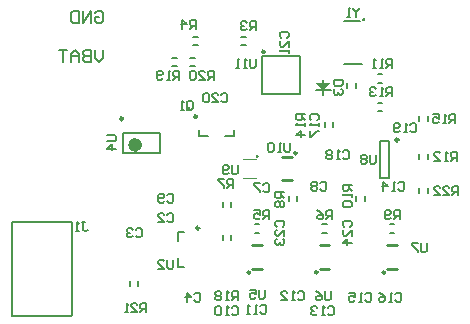
<source format=gbo>
%FSLAX24Y24*%
%MOIN*%
G70*
G01*
G75*
G04 Layer_Color=32896*
%ADD10R,0.0354X0.0315*%
%ADD11R,0.0315X0.0354*%
%ADD12R,0.0276X0.0354*%
%ADD13R,0.0319X0.0661*%
%ADD14R,0.0394X0.0315*%
%ADD15R,0.0276X0.0591*%
%ADD16R,0.0600X0.0300*%
%ADD17R,0.0300X0.0598*%
%ADD18R,0.0598X0.0300*%
%ADD19R,0.0217X0.0394*%
%ADD20R,0.0157X0.0157*%
%ADD21C,0.0150*%
%ADD22C,0.0120*%
%ADD23C,0.0100*%
%ADD24C,0.0181*%
%ADD25C,0.0630*%
%ADD26C,0.0661*%
%ADD27C,0.0591*%
%ADD28C,0.1378*%
%ADD29C,0.0320*%
%ADD30C,0.0400*%
%ADD31C,0.0500*%
%ADD32R,0.0354X0.0276*%
%ADD33R,0.0532X0.0157*%
%ADD34R,0.0630X0.0748*%
%ADD35R,0.0551X0.0630*%
%ADD36R,0.0236X0.0591*%
%ADD37R,0.0591X0.0236*%
%ADD38O,0.0118X0.0650*%
%ADD39R,0.0335X0.0157*%
%ADD40R,0.0512X0.0217*%
%ADD41R,0.0209X0.0118*%
%ADD42R,0.0193X0.0118*%
%ADD43R,0.0201X0.0136*%
%ADD44R,0.0136X0.0201*%
%ADD45R,0.0315X0.0197*%
%ADD46C,0.0200*%
%ADD47C,0.0098*%
%ADD48C,0.0050*%
%ADD49C,0.0079*%
%ADD50C,0.0039*%
%ADD51C,0.0080*%
%ADD52R,0.0414X0.0375*%
%ADD53R,0.0375X0.0414*%
%ADD54R,0.0336X0.0414*%
%ADD55R,0.0379X0.0721*%
%ADD56R,0.0454X0.0375*%
%ADD57R,0.0336X0.0651*%
%ADD58R,0.0660X0.0360*%
%ADD59R,0.0360X0.0658*%
%ADD60R,0.0658X0.0360*%
%ADD61R,0.0277X0.0454*%
%ADD62C,0.0690*%
%ADD63C,0.0721*%
%ADD64C,0.0651*%
%ADD65C,0.0060*%
%ADD66C,0.1438*%
%ADD67C,0.0600*%
%ADD68R,0.0414X0.0336*%
%ADD69R,0.0610X0.0236*%
%ADD70R,0.0709X0.0827*%
%ADD71R,0.0630X0.0709*%
%ADD72R,0.0296X0.0651*%
%ADD73R,0.0651X0.0296*%
%ADD74O,0.0178X0.0710*%
%ADD75R,0.0395X0.0217*%
%ADD76R,0.0572X0.0277*%
%ADD77R,0.0269X0.0178*%
%ADD78R,0.0253X0.0178*%
%ADD79R,0.0280X0.0215*%
%ADD80R,0.0215X0.0280*%
%ADD81R,0.0375X0.0257*%
%ADD82C,0.0236*%
%ADD83C,0.0047*%
G36*
X10350Y7800D02*
X10100Y8050D01*
X10600D01*
X10350Y7800D01*
D02*
G37*
D23*
X7914Y1738D02*
G03*
X7914Y1738I-39J0D01*
G01*
X10164D02*
G03*
X10164Y1738I-39J0D01*
G01*
X12414D02*
G03*
X12414Y1738I-39J0D01*
G01*
X8156Y5594D02*
G03*
X8156Y5594I-10J0D01*
G01*
X9465Y5712D02*
G03*
X9465Y5712I-39J0D01*
G01*
X8399Y9087D02*
G03*
X8399Y9087I-39J0D01*
G01*
X11708Y10162D02*
G03*
X11708Y10162I-14J0D01*
G01*
X7993Y1856D02*
X8307D01*
X7993Y2644D02*
X8307D01*
X10243Y1856D02*
X10557D01*
X10243Y2644D02*
X10557D01*
X12493Y1856D02*
X12807D01*
X12493Y2644D02*
X12807D01*
X8993Y5594D02*
X9307D01*
X8993Y4806D02*
X9307D01*
D47*
X6141Y6924D02*
G03*
X6141Y6924I-49J0D01*
G01*
X6223Y3209D02*
G03*
X6223Y3209I-49J0D01*
G01*
X3680Y6857D02*
G03*
X3680Y6857I-49J0D01*
G01*
X12863Y6150D02*
G03*
X12863Y6150I-49J0D01*
G01*
D48*
X10350Y8050D02*
Y8150D01*
Y7650D02*
Y7800D01*
X10100D02*
X10600D01*
X1957Y295D02*
X1967Y305D01*
Y3405D01*
X-21Y295D02*
X1957D01*
X-21Y3405D02*
X1967D01*
X-21Y295D02*
Y3405D01*
X8320Y8930D02*
X9580D01*
Y7670D02*
Y8930D01*
X8320Y7670D02*
X9580D01*
X8320D02*
Y8930D01*
X11055Y10118D02*
X11596D01*
X11055Y8681D02*
X11645D01*
X3150Y6300D02*
X3400D01*
X3450Y6250D01*
Y6150D01*
X3400Y6100D01*
X3150D01*
X3450Y5850D02*
X3150D01*
X3300Y6000D01*
Y5800D01*
X12100Y5650D02*
Y5400D01*
X12050Y5350D01*
X11950D01*
X11900Y5400D01*
Y5650D01*
X11800Y5600D02*
X11750Y5650D01*
X11650D01*
X11600Y5600D01*
Y5550D01*
X11650Y5500D01*
X11600Y5450D01*
Y5400D01*
X11650Y5350D01*
X11750D01*
X11800Y5400D01*
Y5450D01*
X11750Y5500D01*
X11800Y5550D01*
Y5600D01*
X11750Y5500D02*
X11650D01*
X14850Y4300D02*
Y4600D01*
X14700D01*
X14650Y4550D01*
Y4450D01*
X14700Y4400D01*
X14850D01*
X14750D02*
X14650Y4300D01*
X14350D02*
X14550D01*
X14350Y4500D01*
Y4550D01*
X14400Y4600D01*
X14500D01*
X14550Y4550D01*
X14050Y4300D02*
X14250D01*
X14050Y4500D01*
Y4550D01*
X14100Y4600D01*
X14200D01*
X14250Y4550D01*
X14750Y6700D02*
Y7000D01*
X14600D01*
X14550Y6950D01*
Y6850D01*
X14600Y6800D01*
X14750D01*
X14650D02*
X14550Y6700D01*
X14450D02*
X14350D01*
X14400D01*
Y7000D01*
X14450Y6950D01*
X14000Y7000D02*
X14200D01*
Y6850D01*
X14100Y6900D01*
X14050D01*
X14000Y6850D01*
Y6750D01*
X14050Y6700D01*
X14150D01*
X14200Y6750D01*
X14800Y5450D02*
Y5750D01*
X14650D01*
X14600Y5700D01*
Y5600D01*
X14650Y5550D01*
X14800D01*
X14700D02*
X14600Y5450D01*
X14500D02*
X14400D01*
X14450D01*
Y5750D01*
X14500Y5700D01*
X14050Y5450D02*
X14250D01*
X14050Y5650D01*
Y5700D01*
X14100Y5750D01*
X14200D01*
X14250Y5700D01*
X13250Y6650D02*
X13300Y6700D01*
X13400D01*
X13450Y6650D01*
Y6450D01*
X13400Y6400D01*
X13300D01*
X13250Y6450D01*
X13150Y6400D02*
X13050D01*
X13100D01*
Y6700D01*
X13150Y6650D01*
X12900Y6450D02*
X12850Y6400D01*
X12750D01*
X12700Y6450D01*
Y6650D01*
X12750Y6700D01*
X12850D01*
X12900Y6650D01*
Y6600D01*
X12850Y6550D01*
X12700D01*
X11000Y5750D02*
X11050Y5800D01*
X11150D01*
X11200Y5750D01*
Y5550D01*
X11150Y5500D01*
X11050D01*
X11000Y5550D01*
X10900Y5500D02*
X10800D01*
X10850D01*
Y5800D01*
X10900Y5750D01*
X10650D02*
X10600Y5800D01*
X10500D01*
X10450Y5750D01*
Y5700D01*
X10500Y5650D01*
X10450Y5600D01*
Y5550D01*
X10500Y5500D01*
X10600D01*
X10650Y5550D01*
Y5600D01*
X10600Y5650D01*
X10650Y5700D01*
Y5750D01*
X10600Y5650D02*
X10500D01*
X4450Y400D02*
Y700D01*
X4300D01*
X4250Y650D01*
Y550D01*
X4300Y500D01*
X4450D01*
X4350D02*
X4250Y400D01*
X3950D02*
X4150D01*
X3950Y600D01*
Y650D01*
X4000Y700D01*
X4100D01*
X4150Y650D01*
X3850Y400D02*
X3750D01*
X3800D01*
Y700D01*
X3850Y650D01*
X6700Y8150D02*
Y8450D01*
X6550D01*
X6500Y8400D01*
Y8300D01*
X6550Y8250D01*
X6700D01*
X6600D02*
X6500Y8150D01*
X6200D02*
X6400D01*
X6200Y8350D01*
Y8400D01*
X6250Y8450D01*
X6350D01*
X6400Y8400D01*
X6100D02*
X6050Y8450D01*
X5950D01*
X5900Y8400D01*
Y8200D01*
X5950Y8150D01*
X6050D01*
X6100Y8200D01*
Y8400D01*
X5550Y8150D02*
Y8450D01*
X5400D01*
X5350Y8400D01*
Y8300D01*
X5400Y8250D01*
X5550D01*
X5450D02*
X5350Y8150D01*
X5250D02*
X5150D01*
X5200D01*
Y8450D01*
X5250Y8400D01*
X5000Y8200D02*
X4950Y8150D01*
X4850D01*
X4800Y8200D01*
Y8400D01*
X4850Y8450D01*
X4950D01*
X5000Y8400D01*
Y8350D01*
X4950Y8300D01*
X4800D01*
X2300Y3400D02*
X2400D01*
X2350D01*
Y3150D01*
X2400Y3100D01*
X2450D01*
X2500Y3150D01*
X2200Y3100D02*
X2100D01*
X2150D01*
Y3400D01*
X2200Y3350D01*
X11550Y10550D02*
Y10500D01*
X11450Y10400D01*
X11350Y10500D01*
Y10550D01*
X11450Y10400D02*
Y10250D01*
X11250D02*
X11150D01*
X11200D01*
Y10550D01*
X11250Y10500D01*
X9250Y6050D02*
Y5800D01*
X9200Y5750D01*
X9100D01*
X9050Y5800D01*
Y6050D01*
X8950Y5750D02*
X8850D01*
X8900D01*
Y6050D01*
X8950Y6000D01*
X8700D02*
X8650Y6050D01*
X8550D01*
X8500Y6000D01*
Y5800D01*
X8550Y5750D01*
X8650D01*
X8700Y5800D01*
Y6000D01*
X7500Y5300D02*
Y5050D01*
X7450Y5000D01*
X7350D01*
X7300Y5050D01*
Y5300D01*
X7200Y5050D02*
X7150Y5000D01*
X7050D01*
X7000Y5050D01*
Y5250D01*
X7050Y5300D01*
X7150D01*
X7200Y5250D01*
Y5200D01*
X7150Y5150D01*
X7000D01*
X13800Y2700D02*
Y2450D01*
X13750Y2400D01*
X13650D01*
X13600Y2450D01*
Y2700D01*
X13500D02*
X13300D01*
Y2650D01*
X13500Y2450D01*
Y2400D01*
X10600Y1100D02*
Y850D01*
X10550Y800D01*
X10450D01*
X10400Y850D01*
Y1100D01*
X10100D02*
X10200Y1050D01*
X10300Y950D01*
Y850D01*
X10250Y800D01*
X10150D01*
X10100Y850D01*
Y900D01*
X10150Y950D01*
X10300D01*
X8400Y1150D02*
Y900D01*
X8350Y850D01*
X8250D01*
X8200Y900D01*
Y1150D01*
X7900D02*
X8100D01*
Y1000D01*
X8000Y1050D01*
X7950D01*
X7900Y1000D01*
Y900D01*
X7950Y850D01*
X8050D01*
X8100Y900D01*
X5350Y2150D02*
Y1900D01*
X5300Y1850D01*
X5200D01*
X5150Y1900D01*
Y2150D01*
X4850Y1850D02*
X5050D01*
X4850Y2050D01*
Y2100D01*
X4900Y2150D01*
X5000D01*
X5050Y2100D01*
X9750Y7000D02*
X9450D01*
Y6850D01*
X9500Y6800D01*
X9600D01*
X9650Y6850D01*
Y7000D01*
Y6900D02*
X9750Y6800D01*
Y6700D02*
Y6600D01*
Y6650D01*
X9450D01*
X9500Y6700D01*
X9750Y6300D02*
X9450D01*
X9600Y6450D01*
Y6250D01*
X12650Y7600D02*
Y7900D01*
X12500D01*
X12450Y7850D01*
Y7750D01*
X12500Y7700D01*
X12650D01*
X12550D02*
X12450Y7600D01*
X12350D02*
X12250D01*
X12300D01*
Y7900D01*
X12350Y7850D01*
X12100D02*
X12050Y7900D01*
X11950D01*
X11900Y7850D01*
Y7800D01*
X11950Y7750D01*
X12000D01*
X11950D01*
X11900Y7700D01*
Y7650D01*
X11950Y7600D01*
X12050D01*
X12100Y7650D01*
X12650Y8550D02*
Y8850D01*
X12500D01*
X12450Y8800D01*
Y8700D01*
X12500Y8650D01*
X12650D01*
X12550D02*
X12450Y8550D01*
X12350D02*
X12250D01*
X12300D01*
Y8850D01*
X12350Y8800D01*
X12100Y8550D02*
X12000D01*
X12050D01*
Y8850D01*
X12100Y8800D01*
X11300Y4650D02*
X11000D01*
Y4500D01*
X11050Y4450D01*
X11150D01*
X11200Y4500D01*
Y4650D01*
Y4550D02*
X11300Y4450D01*
Y4350D02*
Y4250D01*
Y4300D01*
X11000D01*
X11050Y4350D01*
Y4100D02*
X11000Y4050D01*
Y3950D01*
X11050Y3900D01*
X11250D01*
X11300Y3950D01*
Y4050D01*
X11250Y4100D01*
X11050D01*
X12900Y3500D02*
Y3800D01*
X12750D01*
X12700Y3750D01*
Y3650D01*
X12750Y3600D01*
X12900D01*
X12800D02*
X12700Y3500D01*
X12600Y3550D02*
X12550Y3500D01*
X12450D01*
X12400Y3550D01*
Y3750D01*
X12450Y3800D01*
X12550D01*
X12600Y3750D01*
Y3700D01*
X12550Y3650D01*
X12400D01*
X9050Y4400D02*
X8750D01*
Y4250D01*
X8800Y4200D01*
X8900D01*
X8950Y4250D01*
Y4400D01*
Y4300D02*
X9050Y4200D01*
X8800Y4100D02*
X8750Y4050D01*
Y3950D01*
X8800Y3900D01*
X8850D01*
X8900Y3950D01*
X8950Y3900D01*
X9000D01*
X9050Y3950D01*
Y4050D01*
X9000Y4100D01*
X8950D01*
X8900Y4050D01*
X8850Y4100D01*
X8800D01*
X8900Y4050D02*
Y3950D01*
X7350Y4550D02*
Y4850D01*
X7200D01*
X7150Y4800D01*
Y4700D01*
X7200Y4650D01*
X7350D01*
X7250D02*
X7150Y4550D01*
X7050Y4850D02*
X6850D01*
Y4800D01*
X7050Y4600D01*
Y4550D01*
X10650Y3500D02*
Y3800D01*
X10500D01*
X10450Y3750D01*
Y3650D01*
X10500Y3600D01*
X10650D01*
X10550D02*
X10450Y3500D01*
X10150Y3800D02*
X10250Y3750D01*
X10350Y3650D01*
Y3550D01*
X10300Y3500D01*
X10200D01*
X10150Y3550D01*
Y3600D01*
X10200Y3650D01*
X10350D01*
X8550Y3500D02*
Y3800D01*
X8400D01*
X8350Y3750D01*
Y3650D01*
X8400Y3600D01*
X8550D01*
X8450D02*
X8350Y3500D01*
X8050Y3800D02*
X8250D01*
Y3650D01*
X8150Y3700D01*
X8100D01*
X8050Y3650D01*
Y3550D01*
X8100Y3500D01*
X8200D01*
X8250Y3550D01*
X6100Y9850D02*
Y10150D01*
X5950D01*
X5900Y10100D01*
Y10000D01*
X5950Y9950D01*
X6100D01*
X6000D02*
X5900Y9850D01*
X5650D02*
Y10150D01*
X5800Y10000D01*
X5600D01*
X8100Y9800D02*
Y10100D01*
X7950D01*
X7900Y10050D01*
Y9950D01*
X7950Y9900D01*
X8100D01*
X8000D02*
X7900Y9800D01*
X7800Y10050D02*
X7750Y10100D01*
X7650D01*
X7600Y10050D01*
Y10000D01*
X7650Y9950D01*
X7700D01*
X7650D01*
X7600Y9900D01*
Y9850D01*
X7650Y9800D01*
X7750D01*
X7800Y9850D01*
X5800Y7200D02*
Y7400D01*
X5850Y7450D01*
X5950D01*
X6000Y7400D01*
Y7200D01*
X5950Y7150D01*
X5850D01*
X5900Y7250D02*
X5800Y7150D01*
X5850D02*
X5800Y7200D01*
X5700Y7150D02*
X5600D01*
X5650D01*
Y7450D01*
X5700Y7400D01*
X12850Y4700D02*
X12900Y4750D01*
X13000D01*
X13050Y4700D01*
Y4500D01*
X13000Y4450D01*
X12900D01*
X12850Y4500D01*
X12750Y4450D02*
X12650D01*
X12700D01*
Y4750D01*
X12750Y4700D01*
X12350Y4450D02*
Y4750D01*
X12500Y4600D01*
X12300D01*
X10250Y4700D02*
X10300Y4750D01*
X10400D01*
X10450Y4700D01*
Y4500D01*
X10400Y4450D01*
X10300D01*
X10250Y4500D01*
X10150Y4700D02*
X10100Y4750D01*
X10000D01*
X9950Y4700D01*
Y4650D01*
X10000Y4600D01*
X9950Y4550D01*
Y4500D01*
X10000Y4450D01*
X10100D01*
X10150Y4500D01*
Y4550D01*
X10100Y4600D01*
X10150Y4650D01*
Y4700D01*
X10100Y4600D02*
X10000D01*
X8350Y4650D02*
X8400Y4700D01*
X8500D01*
X8550Y4650D01*
Y4450D01*
X8500Y4400D01*
X8400D01*
X8350Y4450D01*
X8250Y4700D02*
X8050D01*
Y4650D01*
X8250Y4450D01*
Y4400D01*
X9950Y6800D02*
X9900Y6850D01*
Y6950D01*
X9950Y7000D01*
X10150D01*
X10200Y6950D01*
Y6850D01*
X10150Y6800D01*
X10200Y6700D02*
Y6600D01*
Y6650D01*
X9900D01*
X9950Y6700D01*
X9900Y6450D02*
Y6250D01*
X9950D01*
X10150Y6450D01*
X10200D01*
X12750Y1000D02*
X12800Y1050D01*
X12900D01*
X12950Y1000D01*
Y800D01*
X12900Y750D01*
X12800D01*
X12750Y800D01*
X12650Y750D02*
X12550D01*
X12600D01*
Y1050D01*
X12650Y1000D01*
X12200Y1050D02*
X12300Y1000D01*
X12400Y900D01*
Y800D01*
X12350Y750D01*
X12250D01*
X12200Y800D01*
Y850D01*
X12250Y900D01*
X12400D01*
X11750Y1000D02*
X11800Y1050D01*
X11900D01*
X11950Y1000D01*
Y800D01*
X11900Y750D01*
X11800D01*
X11750Y800D01*
X11650Y750D02*
X11550D01*
X11600D01*
Y1050D01*
X11650Y1000D01*
X11200Y1050D02*
X11400D01*
Y900D01*
X11300Y950D01*
X11250D01*
X11200Y900D01*
Y800D01*
X11250Y750D01*
X11350D01*
X11400Y800D01*
X10500Y550D02*
X10550Y600D01*
X10650D01*
X10700Y550D01*
Y350D01*
X10650Y300D01*
X10550D01*
X10500Y350D01*
X10400Y300D02*
X10300D01*
X10350D01*
Y600D01*
X10400Y550D01*
X10150D02*
X10100Y600D01*
X10000D01*
X9950Y550D01*
Y500D01*
X10000Y450D01*
X10050D01*
X10000D01*
X9950Y400D01*
Y350D01*
X10000Y300D01*
X10100D01*
X10150Y350D01*
X9500Y1050D02*
X9550Y1100D01*
X9650D01*
X9700Y1050D01*
Y850D01*
X9650Y800D01*
X9550D01*
X9500Y850D01*
X9400Y800D02*
X9300D01*
X9350D01*
Y1100D01*
X9400Y1050D01*
X8950Y800D02*
X9150D01*
X8950Y1000D01*
Y1050D01*
X9000Y1100D01*
X9100D01*
X9150Y1050D01*
X8250Y600D02*
X8300Y650D01*
X8400D01*
X8450Y600D01*
Y400D01*
X8400Y350D01*
X8300D01*
X8250Y400D01*
X8150Y350D02*
X8050D01*
X8100D01*
Y650D01*
X8150Y600D01*
X7900Y350D02*
X7800D01*
X7850D01*
Y650D01*
X7900Y600D01*
X7300Y550D02*
X7350Y600D01*
X7450D01*
X7500Y550D01*
Y350D01*
X7450Y300D01*
X7350D01*
X7300Y350D01*
X7200Y300D02*
X7100D01*
X7150D01*
Y600D01*
X7200Y550D01*
X6950D02*
X6900Y600D01*
X6800D01*
X6750Y550D01*
Y350D01*
X6800Y300D01*
X6900D01*
X6950Y350D01*
Y550D01*
X5150Y4300D02*
X5200Y4350D01*
X5300D01*
X5350Y4300D01*
Y4100D01*
X5300Y4050D01*
X5200D01*
X5150Y4100D01*
X5050D02*
X5000Y4050D01*
X4900D01*
X4850Y4100D01*
Y4300D01*
X4900Y4350D01*
X5000D01*
X5050Y4300D01*
Y4250D01*
X5000Y4200D01*
X4850D01*
X6050Y1000D02*
X6100Y1050D01*
X6200D01*
X6250Y1000D01*
Y800D01*
X6200Y750D01*
X6100D01*
X6050Y800D01*
X5800Y750D02*
Y1050D01*
X5950Y900D01*
X5750D01*
X4100Y3150D02*
X4150Y3200D01*
X4250D01*
X4300Y3150D01*
Y2950D01*
X4250Y2900D01*
X4150D01*
X4100Y2950D01*
X4000Y3150D02*
X3950Y3200D01*
X3850D01*
X3800Y3150D01*
Y3100D01*
X3850Y3050D01*
X3900D01*
X3850D01*
X3800Y3000D01*
Y2950D01*
X3850Y2900D01*
X3950D01*
X4000Y2950D01*
X5150Y3650D02*
X5200Y3700D01*
X5300D01*
X5350Y3650D01*
Y3450D01*
X5300Y3400D01*
X5200D01*
X5150Y3450D01*
X4850Y3400D02*
X5050D01*
X4850Y3600D01*
Y3650D01*
X4900Y3700D01*
X5000D01*
X5050Y3650D01*
X6950Y7650D02*
X7000Y7700D01*
X7100D01*
X7150Y7650D01*
Y7450D01*
X7100Y7400D01*
X7000D01*
X6950Y7450D01*
X6650Y7400D02*
X6850D01*
X6650Y7600D01*
Y7650D01*
X6700Y7700D01*
X6800D01*
X6850Y7650D01*
X6550D02*
X6500Y7700D01*
X6400D01*
X6350Y7650D01*
Y7450D01*
X6400Y7400D01*
X6500D01*
X6550Y7450D01*
Y7650D01*
X8950Y9550D02*
X8900Y9600D01*
Y9700D01*
X8950Y9750D01*
X9150D01*
X9200Y9700D01*
Y9600D01*
X9150Y9550D01*
X9200Y9250D02*
Y9450D01*
X9000Y9250D01*
X8950D01*
X8900Y9300D01*
Y9400D01*
X8950Y9450D01*
X9200Y9150D02*
Y9050D01*
Y9100D01*
X8900D01*
X8950Y9150D01*
X8100Y8850D02*
Y8600D01*
X8050Y8550D01*
X7950D01*
X7900Y8600D01*
Y8850D01*
X7800Y8550D02*
X7700D01*
X7750D01*
Y8850D01*
X7800Y8800D01*
X7550Y8550D02*
X7450D01*
X7500D01*
Y8850D01*
X7550Y8800D01*
X10700Y8150D02*
X11000D01*
Y8000D01*
X10950Y7950D01*
X10750D01*
X10700Y8000D01*
Y8150D01*
X10750Y7850D02*
X10700Y7800D01*
Y7700D01*
X10750Y7650D01*
X10800D01*
X10850Y7700D01*
Y7750D01*
Y7700D01*
X10900Y7650D01*
X10950D01*
X11000Y7700D01*
Y7800D01*
X10950Y7850D01*
X8800Y3250D02*
X8750Y3300D01*
Y3400D01*
X8800Y3450D01*
X9000D01*
X9050Y3400D01*
Y3300D01*
X9000Y3250D01*
X9050Y2950D02*
Y3150D01*
X8850Y2950D01*
X8800D01*
X8750Y3000D01*
Y3100D01*
X8800Y3150D01*
Y2850D02*
X8750Y2800D01*
Y2700D01*
X8800Y2650D01*
X8850D01*
X8900Y2700D01*
Y2750D01*
Y2700D01*
X8950Y2650D01*
X9000D01*
X9050Y2700D01*
Y2800D01*
X9000Y2850D01*
X11050Y3250D02*
X11000Y3300D01*
Y3400D01*
X11050Y3450D01*
X11250D01*
X11300Y3400D01*
Y3300D01*
X11250Y3250D01*
X11300Y2950D02*
Y3150D01*
X11100Y2950D01*
X11050D01*
X11000Y3000D01*
Y3100D01*
X11050Y3150D01*
X11300Y2700D02*
X11000D01*
X11150Y2850D01*
Y2650D01*
X7500Y800D02*
Y1100D01*
X7350D01*
X7300Y1050D01*
Y950D01*
X7350Y900D01*
X7500D01*
X7400D02*
X7300Y800D01*
X7200D02*
X7100D01*
X7150D01*
Y1100D01*
X7200Y1050D01*
X6950D02*
X6900Y1100D01*
X6800D01*
X6750Y1050D01*
Y1000D01*
X6800Y950D01*
X6750Y900D01*
Y850D01*
X6800Y800D01*
X6900D01*
X6950Y850D01*
Y900D01*
X6900Y950D01*
X6950Y1000D01*
Y1050D01*
X6900Y950D02*
X6800D01*
D49*
X11438Y7871D02*
Y8029D01*
X11162Y7871D02*
Y8029D01*
X6209Y6274D02*
Y6471D01*
Y6274D02*
X6524D01*
X7391D02*
Y6471D01*
X7076Y6274D02*
X7391D01*
X7621Y9588D02*
X7779D01*
X7621Y9312D02*
X7779D01*
X6021Y9312D02*
X6179D01*
X6021Y9588D02*
X6179D01*
X8071Y3338D02*
X8229D01*
X8071Y3062D02*
X8229D01*
X10321Y3338D02*
X10479D01*
X10321Y3062D02*
X10479D01*
X7288Y3921D02*
Y4079D01*
X7012Y3921D02*
Y4079D01*
X9212Y4121D02*
Y4279D01*
X9488Y4121D02*
Y4279D01*
X12571Y3338D02*
X12729D01*
X12571Y3062D02*
X12729D01*
X11462Y4121D02*
Y4279D01*
X11738Y4121D02*
Y4279D01*
X12171Y8062D02*
X12329D01*
X12171Y8338D02*
X12329D01*
X13838Y5521D02*
Y5679D01*
X13562Y5521D02*
Y5679D01*
X12171Y7112D02*
X12329D01*
X12171Y7388D02*
X12329D01*
X10412Y6571D02*
Y6729D01*
X10688Y6571D02*
Y6729D01*
X13838Y6771D02*
Y6929D01*
X13562Y6771D02*
Y6929D01*
X7288Y2821D02*
Y2979D01*
X7012Y2821D02*
Y2979D01*
X5321Y8612D02*
X5479D01*
X5321Y8888D02*
X5479D01*
X5921Y8888D02*
X6079D01*
X5921Y8612D02*
X6079D01*
X4188Y1271D02*
Y1429D01*
X3912Y1271D02*
Y1429D01*
X13562Y4371D02*
Y4529D01*
X13838Y4371D02*
Y4529D01*
X5524Y3091D02*
X5721D01*
X5524Y2776D02*
Y3091D01*
Y1909D02*
X5721D01*
X5524D02*
Y2224D01*
X3690Y6375D02*
X4910D01*
X3690Y5725D02*
X4910D01*
X3690D02*
Y6375D01*
X4910Y5725D02*
Y6375D01*
X12262Y4890D02*
Y6110D01*
X12538Y4890D02*
Y6110D01*
X12262Y4890D02*
X12538D01*
X12262Y6110D02*
X12538D01*
D51*
X3000Y9150D02*
Y8883D01*
X2867Y8750D01*
X2733Y8883D01*
Y9150D01*
X2600D02*
Y8750D01*
X2400D01*
X2334Y8817D01*
Y8883D01*
X2400Y8950D01*
X2600D01*
X2400D01*
X2334Y9017D01*
Y9083D01*
X2400Y9150D01*
X2600D01*
X2200Y8750D02*
Y9017D01*
X2067Y9150D01*
X1934Y9017D01*
Y8750D01*
Y8950D01*
X2200D01*
X1800Y9150D02*
X1534D01*
X1667D01*
Y8750D01*
X2733Y10383D02*
X2800Y10450D01*
X2933D01*
X3000Y10383D01*
Y10117D01*
X2933Y10050D01*
X2800D01*
X2733Y10117D01*
Y10250D01*
X2867D01*
X2600Y10050D02*
Y10450D01*
X2334Y10050D01*
Y10450D01*
X2200D02*
Y10050D01*
X2000D01*
X1934Y10117D01*
Y10383D01*
X2000Y10450D01*
X2200D01*
D82*
X4202Y5981D02*
G03*
X4202Y5981I-118J0D01*
G01*
D83*
X7674Y5505D02*
X8126D01*
X7674Y4895D02*
X8126D01*
M02*

</source>
